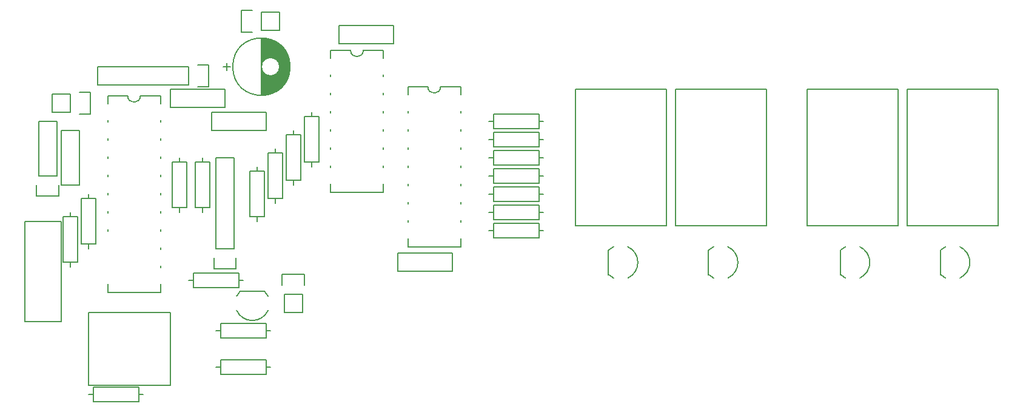
<source format=gbr>
G04 #@! TF.FileFunction,Legend,Top*
%FSLAX46Y46*%
G04 Gerber Fmt 4.6, Leading zero omitted, Abs format (unit mm)*
G04 Created by KiCad (PCBNEW 4.0.1-stable) date 01/19/17 22:09:19*
%MOMM*%
G01*
G04 APERTURE LIST*
%ADD10C,0.100000*%
%ADD11C,0.150000*%
G04 APERTURE END LIST*
D10*
D11*
X142875000Y-98425000D02*
X140335000Y-98425000D01*
X140335000Y-98425000D02*
X140335000Y-95885000D01*
X140335000Y-95885000D02*
X142875000Y-95885000D01*
X145415000Y-95885000D02*
X147955000Y-95885000D01*
X147955000Y-95885000D02*
X147955000Y-98425000D01*
X147955000Y-98425000D02*
X145415000Y-98425000D01*
X145415000Y-98425000D02*
X142875000Y-98425000D01*
X145415000Y-95885000D02*
X142875000Y-95885000D01*
X141732000Y-78867000D02*
X141732000Y-78613000D01*
X141732000Y-81407000D02*
X141732000Y-81153000D01*
X141732000Y-83947000D02*
X141732000Y-83693000D01*
X141732000Y-86487000D02*
X141732000Y-86233000D01*
X141732000Y-89027000D02*
X141732000Y-88773000D01*
X141732000Y-91567000D02*
X141732000Y-91313000D01*
X141732000Y-93853000D02*
X141732000Y-94996000D01*
X149098000Y-93853000D02*
X149098000Y-94996000D01*
X149098000Y-91313000D02*
X149098000Y-91567000D01*
X149098000Y-88773000D02*
X149098000Y-89027000D01*
X149098000Y-86233000D02*
X149098000Y-86487000D01*
X149098000Y-83693000D02*
X149098000Y-83947000D01*
X149098000Y-81153000D02*
X149098000Y-81407000D01*
X149098000Y-78613000D02*
X149098000Y-78867000D01*
X141732000Y-76073000D02*
X141732000Y-76327000D01*
X141732000Y-73787000D02*
X141732000Y-72644000D01*
X149098000Y-73787000D02*
X149098000Y-72644000D01*
X149098000Y-76073000D02*
X149098000Y-76327000D01*
X146304000Y-72644000D02*
X149098000Y-72644000D01*
X141732000Y-72644000D02*
X144526000Y-72644000D01*
X144526000Y-72644000D02*
G75*
G03X146304000Y-72644000I889000J0D01*
G01*
X141740000Y-95005000D02*
X149090000Y-95005000D01*
X121285000Y-69278500D02*
X121412000Y-69151500D01*
X121412000Y-69151500D02*
X121412000Y-65976500D01*
X121412000Y-73787000D02*
X121412000Y-70485000D01*
X121539000Y-73787000D02*
X121539000Y-70675500D01*
X121539000Y-70675500D02*
X121666000Y-70802500D01*
X121666000Y-70802500D02*
X121666000Y-73787000D01*
X121666000Y-73787000D02*
X121793000Y-73787000D01*
X121793000Y-73787000D02*
X121793000Y-70929500D01*
X121793000Y-70929500D02*
X121920000Y-70993000D01*
X121920000Y-70993000D02*
X121920000Y-73787000D01*
X121920000Y-73787000D02*
X122047000Y-73723500D01*
X122047000Y-73723500D02*
X122047000Y-71056500D01*
X122047000Y-71056500D02*
X122174000Y-71120000D01*
X122174000Y-71120000D02*
X122174000Y-73660000D01*
X122174000Y-73660000D02*
X122301000Y-73660000D01*
X122301000Y-73660000D02*
X122301000Y-71120000D01*
X122301000Y-71120000D02*
X122428000Y-71120000D01*
X122428000Y-71120000D02*
X122428000Y-73660000D01*
X122428000Y-73660000D02*
X122555000Y-73596500D01*
X122555000Y-73596500D02*
X122555000Y-71183500D01*
X122555000Y-71183500D02*
X122682000Y-71183500D01*
X122682000Y-71183500D02*
X122682000Y-73533000D01*
X122682000Y-73533000D02*
X122809000Y-73469500D01*
X122809000Y-73469500D02*
X122809000Y-71120000D01*
X122809000Y-71120000D02*
X122936000Y-71056500D01*
X122936000Y-71056500D02*
X122936000Y-73469500D01*
X122936000Y-73469500D02*
X123063000Y-73342500D01*
X123063000Y-73342500D02*
X123063000Y-71056500D01*
X123063000Y-71056500D02*
X123190000Y-70993000D01*
X123190000Y-70993000D02*
X123190000Y-73342500D01*
X123190000Y-73342500D02*
X123317000Y-73215500D01*
X123317000Y-73215500D02*
X123317000Y-70866000D01*
X123317000Y-70866000D02*
X123444000Y-70802500D01*
X123444000Y-70802500D02*
X123444000Y-73215500D01*
X123444000Y-73215500D02*
X123571000Y-73025000D01*
X123571000Y-73025000D02*
X123571000Y-70675500D01*
X123571000Y-70675500D02*
X123698000Y-70485000D01*
X123698000Y-70485000D02*
X123698000Y-72961500D01*
X121539000Y-65913000D02*
X121539000Y-69024500D01*
X121539000Y-69024500D02*
X121666000Y-68897500D01*
X121666000Y-68897500D02*
X121666000Y-65913000D01*
X121666000Y-65913000D02*
X121793000Y-65976500D01*
X121793000Y-65976500D02*
X121793000Y-68770500D01*
X121793000Y-68770500D02*
X121920000Y-68643500D01*
X121920000Y-68643500D02*
X121920000Y-65913000D01*
X121920000Y-65913000D02*
X122047000Y-65976500D01*
X122047000Y-65976500D02*
X122047000Y-68643500D01*
X122047000Y-68643500D02*
X122174000Y-68580000D01*
X122174000Y-68580000D02*
X122174000Y-66040000D01*
X122174000Y-66040000D02*
X122301000Y-66040000D01*
X122301000Y-66040000D02*
X122301000Y-68580000D01*
X122301000Y-68580000D02*
X122428000Y-68580000D01*
X122428000Y-68580000D02*
X122428000Y-66040000D01*
X122428000Y-66040000D02*
X122555000Y-66103500D01*
X122555000Y-66103500D02*
X122555000Y-68580000D01*
X122555000Y-68580000D02*
X122682000Y-68580000D01*
X122682000Y-68580000D02*
X122682000Y-66103500D01*
X122682000Y-66103500D02*
X122809000Y-66167000D01*
X122809000Y-66167000D02*
X122809000Y-68580000D01*
X122809000Y-68580000D02*
X122936000Y-68580000D01*
X122936000Y-68580000D02*
X122936000Y-66230500D01*
X122936000Y-66230500D02*
X123063000Y-66294000D01*
X123063000Y-66294000D02*
X123063000Y-68643500D01*
X123063000Y-68643500D02*
X123190000Y-68707000D01*
X123190000Y-68707000D02*
X123190000Y-66357500D01*
X123190000Y-66357500D02*
X123317000Y-66421000D01*
X123317000Y-66421000D02*
X123317000Y-68834000D01*
X123317000Y-68834000D02*
X123444000Y-68897500D01*
X123444000Y-68897500D02*
X123444000Y-66548000D01*
X123444000Y-66548000D02*
X123571000Y-66611500D01*
X123571000Y-66611500D02*
X123571000Y-69024500D01*
X123571000Y-69024500D02*
X123698000Y-69215000D01*
X123698000Y-69215000D02*
X123698000Y-66738500D01*
X116459000Y-69342000D02*
X116459000Y-70358000D01*
X116459000Y-70358000D02*
X116459000Y-69850000D01*
X116459000Y-69850000D02*
X115951000Y-69850000D01*
X115951000Y-69850000D02*
X116967000Y-69850000D01*
X123825000Y-66865500D02*
X124206000Y-67246500D01*
X124777500Y-67945000D02*
X124650500Y-67881500D01*
X124650500Y-67881500D02*
X124460000Y-67818000D01*
X125031500Y-71056500D02*
X125031500Y-70866000D01*
X123952000Y-72707500D02*
X124079000Y-72580500D01*
X124460000Y-72072500D02*
X124523500Y-72009000D01*
X123825000Y-69850000D02*
G75*
G03X123825000Y-69850000I-1270000J0D01*
G01*
X121285000Y-65849500D02*
X121285000Y-73787000D01*
X121285000Y-73787000D02*
X121412000Y-73787000D01*
X123698000Y-66675000D02*
X123825000Y-66802000D01*
X123825000Y-66802000D02*
X123825000Y-72898000D01*
X123825000Y-72898000D02*
X123952000Y-72707500D01*
X123952000Y-72707500D02*
X123952000Y-66992500D01*
X123952000Y-66992500D02*
X124079000Y-67056000D01*
X124079000Y-67056000D02*
X124079000Y-72580500D01*
X124079000Y-72580500D02*
X124206000Y-72453500D01*
X124206000Y-72453500D02*
X124206000Y-67246500D01*
X124206000Y-67246500D02*
X124333000Y-67373500D01*
X124333000Y-67373500D02*
X124333000Y-72326500D01*
X124333000Y-72326500D02*
X124460000Y-72199500D01*
X124460000Y-72199500D02*
X124460000Y-67437000D01*
X124460000Y-67437000D02*
X124587000Y-67691000D01*
X124587000Y-67691000D02*
X124587000Y-71945500D01*
X124587000Y-71945500D02*
X124714000Y-71755000D01*
X124714000Y-71755000D02*
X124714000Y-67945000D01*
X124714000Y-67945000D02*
X124841000Y-68199000D01*
X124841000Y-68199000D02*
X124841000Y-71564500D01*
X124841000Y-71564500D02*
X124968000Y-71183500D01*
X124968000Y-71183500D02*
X124968000Y-68389500D01*
X124968000Y-68389500D02*
X125095000Y-68770500D01*
X125095000Y-68770500D02*
X125095000Y-70866000D01*
X125095000Y-70866000D02*
X125158500Y-70548500D01*
X125158500Y-70548500D02*
X125158500Y-69278500D01*
X125285000Y-69850000D02*
G75*
G03X125285000Y-69850000I-4000000J0D01*
G01*
X93345000Y-81280000D02*
X93345000Y-78740000D01*
X93345000Y-78740000D02*
X95885000Y-78740000D01*
X95885000Y-78740000D02*
X95885000Y-81280000D01*
X95885000Y-83820000D02*
X95885000Y-86360000D01*
X95885000Y-86360000D02*
X93345000Y-86360000D01*
X93345000Y-86360000D02*
X93345000Y-83820000D01*
X93345000Y-83820000D02*
X93345000Y-81280000D01*
X95885000Y-83820000D02*
X95885000Y-81280000D01*
X119380000Y-76200000D02*
X121920000Y-76200000D01*
X121920000Y-76200000D02*
X121920000Y-78740000D01*
X121920000Y-78740000D02*
X119380000Y-78740000D01*
X116840000Y-78740000D02*
X114300000Y-78740000D01*
X114300000Y-78740000D02*
X114300000Y-76200000D01*
X114300000Y-76200000D02*
X116840000Y-76200000D01*
X116840000Y-76200000D02*
X119380000Y-76200000D01*
X116840000Y-78740000D02*
X119380000Y-78740000D01*
X113665000Y-73025000D02*
X116205000Y-73025000D01*
X116205000Y-73025000D02*
X116205000Y-75565000D01*
X116205000Y-75565000D02*
X113665000Y-75565000D01*
X111125000Y-75565000D02*
X108585000Y-75565000D01*
X108585000Y-75565000D02*
X108585000Y-73025000D01*
X108585000Y-73025000D02*
X111125000Y-73025000D01*
X111125000Y-73025000D02*
X113665000Y-73025000D01*
X111125000Y-75565000D02*
X113665000Y-75565000D01*
X134620000Y-66675000D02*
X132080000Y-66675000D01*
X132080000Y-66675000D02*
X132080000Y-64135000D01*
X132080000Y-64135000D02*
X134620000Y-64135000D01*
X137160000Y-64135000D02*
X139700000Y-64135000D01*
X139700000Y-64135000D02*
X139700000Y-66675000D01*
X139700000Y-66675000D02*
X137160000Y-66675000D01*
X137160000Y-66675000D02*
X134620000Y-66675000D01*
X137160000Y-64135000D02*
X134620000Y-64135000D01*
X121285000Y-62230000D02*
X123825000Y-62230000D01*
X118465000Y-61950000D02*
X120015000Y-61950000D01*
X121285000Y-62230000D02*
X121285000Y-64770000D01*
X120015000Y-65050000D02*
X118465000Y-65050000D01*
X118465000Y-65050000D02*
X118465000Y-61950000D01*
X121285000Y-64770000D02*
X123825000Y-64770000D01*
X123825000Y-64770000D02*
X123825000Y-62230000D01*
X111125000Y-72390000D02*
X98425000Y-72390000D01*
X98425000Y-72390000D02*
X98425000Y-69850000D01*
X98425000Y-69850000D02*
X111125000Y-69850000D01*
X113945000Y-72670000D02*
X112395000Y-72670000D01*
X111125000Y-72390000D02*
X111125000Y-69850000D01*
X112395000Y-69570000D02*
X113945000Y-69570000D01*
X113945000Y-69570000D02*
X113945000Y-72670000D01*
X92710000Y-77470000D02*
X92710000Y-85090000D01*
X90170000Y-85090000D02*
X90170000Y-77470000D01*
X92710000Y-77470000D02*
X90170000Y-77470000D01*
X89890000Y-87910000D02*
X89890000Y-86360000D01*
X90170000Y-85090000D02*
X92710000Y-85090000D01*
X92990000Y-86360000D02*
X92990000Y-87910000D01*
X92990000Y-87910000D02*
X89890000Y-87910000D01*
X114935000Y-95250000D02*
X114935000Y-82550000D01*
X114935000Y-82550000D02*
X117475000Y-82550000D01*
X117475000Y-82550000D02*
X117475000Y-95250000D01*
X114655000Y-98070000D02*
X114655000Y-96520000D01*
X114935000Y-95250000D02*
X117475000Y-95250000D01*
X117755000Y-96520000D02*
X117755000Y-98070000D01*
X117755000Y-98070000D02*
X114655000Y-98070000D01*
X127000000Y-101600000D02*
X127000000Y-104140000D01*
X127280000Y-98780000D02*
X127280000Y-100330000D01*
X127000000Y-101600000D02*
X124460000Y-101600000D01*
X124180000Y-100330000D02*
X124180000Y-98780000D01*
X124180000Y-98780000D02*
X127280000Y-98780000D01*
X124460000Y-101600000D02*
X124460000Y-104140000D01*
X124460000Y-104140000D02*
X127000000Y-104140000D01*
X170453010Y-94967305D02*
G75*
G03X169750000Y-95455000I996990J-2187695D01*
G01*
X170453010Y-99342695D02*
G75*
G02X169750000Y-98855000I996990J2187695D01*
G01*
X169750000Y-95455000D02*
X169750000Y-98855000D01*
X172443127Y-94970121D02*
G75*
G02X173850000Y-97155000I-993127J-2184879D01*
G01*
X172443127Y-99339879D02*
G75*
G03X173850000Y-97155000I-993127J2184879D01*
G01*
X184423010Y-94967305D02*
G75*
G03X183720000Y-95455000I996990J-2187695D01*
G01*
X184423010Y-99342695D02*
G75*
G02X183720000Y-98855000I996990J2187695D01*
G01*
X183720000Y-95455000D02*
X183720000Y-98855000D01*
X186413127Y-94970121D02*
G75*
G02X187820000Y-97155000I-993127J-2184879D01*
G01*
X186413127Y-99339879D02*
G75*
G03X187820000Y-97155000I-993127J2184879D01*
G01*
X202838010Y-94967305D02*
G75*
G03X202135000Y-95455000I996990J-2187695D01*
G01*
X202838010Y-99342695D02*
G75*
G02X202135000Y-98855000I996990J2187695D01*
G01*
X202135000Y-95455000D02*
X202135000Y-98855000D01*
X204828127Y-94970121D02*
G75*
G02X206235000Y-97155000I-993127J-2184879D01*
G01*
X204828127Y-99339879D02*
G75*
G03X206235000Y-97155000I-993127J2184879D01*
G01*
X216808010Y-94967305D02*
G75*
G03X216105000Y-95455000I996990J-2187695D01*
G01*
X216808010Y-99342695D02*
G75*
G02X216105000Y-98855000I996990J2187695D01*
G01*
X216105000Y-95455000D02*
X216105000Y-98855000D01*
X218798127Y-94970121D02*
G75*
G02X220205000Y-97155000I-993127J-2184879D01*
G01*
X218798127Y-99339879D02*
G75*
G03X220205000Y-97155000I-993127J2184879D01*
G01*
X122202695Y-101873010D02*
G75*
G03X121715000Y-101170000I-2187695J-996990D01*
G01*
X117827305Y-101873010D02*
G75*
G02X118315000Y-101170000I2187695J-996990D01*
G01*
X121715000Y-101170000D02*
X118315000Y-101170000D01*
X122199879Y-103863127D02*
G75*
G02X120015000Y-105270000I-2184879J993127D01*
G01*
X117830121Y-103863127D02*
G75*
G03X120015000Y-105270000I2184879J993127D01*
G01*
X127254000Y-83185000D02*
X127254000Y-76835000D01*
X129286000Y-76835000D02*
X129286000Y-83185000D01*
X128270000Y-83185000D02*
X128270000Y-83820000D01*
X128270000Y-76835000D02*
X128270000Y-76200000D01*
X128270000Y-76835000D02*
X129286000Y-76835000D01*
X129286000Y-83185000D02*
X127254000Y-83185000D01*
X127254000Y-76835000D02*
X128270000Y-76835000D01*
X124714000Y-85725000D02*
X124714000Y-79375000D01*
X126746000Y-79375000D02*
X126746000Y-85725000D01*
X125730000Y-85725000D02*
X125730000Y-86360000D01*
X125730000Y-79375000D02*
X125730000Y-78740000D01*
X125730000Y-79375000D02*
X126746000Y-79375000D01*
X126746000Y-85725000D02*
X124714000Y-85725000D01*
X124714000Y-79375000D02*
X125730000Y-79375000D01*
X122174000Y-88265000D02*
X122174000Y-81915000D01*
X124206000Y-81915000D02*
X124206000Y-88265000D01*
X123190000Y-88265000D02*
X123190000Y-88900000D01*
X123190000Y-81915000D02*
X123190000Y-81280000D01*
X123190000Y-81915000D02*
X124206000Y-81915000D01*
X124206000Y-88265000D02*
X122174000Y-88265000D01*
X122174000Y-81915000D02*
X123190000Y-81915000D01*
X119634000Y-90805000D02*
X119634000Y-84455000D01*
X121666000Y-84455000D02*
X121666000Y-90805000D01*
X120650000Y-90805000D02*
X120650000Y-91440000D01*
X120650000Y-84455000D02*
X120650000Y-83820000D01*
X120650000Y-84455000D02*
X121666000Y-84455000D01*
X121666000Y-90805000D02*
X119634000Y-90805000D01*
X119634000Y-84455000D02*
X120650000Y-84455000D01*
X153670000Y-81534000D02*
X160020000Y-81534000D01*
X160020000Y-83566000D02*
X153670000Y-83566000D01*
X153670000Y-82550000D02*
X153035000Y-82550000D01*
X160020000Y-82550000D02*
X160655000Y-82550000D01*
X160020000Y-82550000D02*
X160020000Y-83566000D01*
X153670000Y-83566000D02*
X153670000Y-81534000D01*
X160020000Y-81534000D02*
X160020000Y-82550000D01*
X153670000Y-84074000D02*
X160020000Y-84074000D01*
X160020000Y-86106000D02*
X153670000Y-86106000D01*
X153670000Y-85090000D02*
X153035000Y-85090000D01*
X160020000Y-85090000D02*
X160655000Y-85090000D01*
X160020000Y-85090000D02*
X160020000Y-86106000D01*
X153670000Y-86106000D02*
X153670000Y-84074000D01*
X160020000Y-84074000D02*
X160020000Y-85090000D01*
X153670000Y-86614000D02*
X160020000Y-86614000D01*
X160020000Y-88646000D02*
X153670000Y-88646000D01*
X153670000Y-87630000D02*
X153035000Y-87630000D01*
X160020000Y-87630000D02*
X160655000Y-87630000D01*
X160020000Y-87630000D02*
X160020000Y-88646000D01*
X153670000Y-88646000D02*
X153670000Y-86614000D01*
X160020000Y-86614000D02*
X160020000Y-87630000D01*
X153670000Y-89154000D02*
X160020000Y-89154000D01*
X160020000Y-91186000D02*
X153670000Y-91186000D01*
X153670000Y-90170000D02*
X153035000Y-90170000D01*
X160020000Y-90170000D02*
X160655000Y-90170000D01*
X160020000Y-90170000D02*
X160020000Y-91186000D01*
X153670000Y-91186000D02*
X153670000Y-89154000D01*
X160020000Y-89154000D02*
X160020000Y-90170000D01*
X153670000Y-91694000D02*
X160020000Y-91694000D01*
X160020000Y-93726000D02*
X153670000Y-93726000D01*
X153670000Y-92710000D02*
X153035000Y-92710000D01*
X160020000Y-92710000D02*
X160655000Y-92710000D01*
X160020000Y-92710000D02*
X160020000Y-93726000D01*
X153670000Y-93726000D02*
X153670000Y-91694000D01*
X160020000Y-91694000D02*
X160020000Y-92710000D01*
X153670000Y-76454000D02*
X160020000Y-76454000D01*
X160020000Y-78486000D02*
X153670000Y-78486000D01*
X153670000Y-77470000D02*
X153035000Y-77470000D01*
X160020000Y-77470000D02*
X160655000Y-77470000D01*
X160020000Y-77470000D02*
X160020000Y-78486000D01*
X153670000Y-78486000D02*
X153670000Y-76454000D01*
X160020000Y-76454000D02*
X160020000Y-77470000D01*
X153670000Y-78994000D02*
X160020000Y-78994000D01*
X160020000Y-81026000D02*
X153670000Y-81026000D01*
X153670000Y-80010000D02*
X153035000Y-80010000D01*
X160020000Y-80010000D02*
X160655000Y-80010000D01*
X160020000Y-80010000D02*
X160020000Y-81026000D01*
X153670000Y-81026000D02*
X153670000Y-78994000D01*
X160020000Y-78994000D02*
X160020000Y-80010000D01*
X115570000Y-105664000D02*
X121920000Y-105664000D01*
X121920000Y-107696000D02*
X115570000Y-107696000D01*
X115570000Y-106680000D02*
X114935000Y-106680000D01*
X121920000Y-106680000D02*
X122555000Y-106680000D01*
X121920000Y-106680000D02*
X121920000Y-107696000D01*
X115570000Y-107696000D02*
X115570000Y-105664000D01*
X121920000Y-105664000D02*
X121920000Y-106680000D01*
X115570000Y-110744000D02*
X121920000Y-110744000D01*
X121920000Y-112776000D02*
X115570000Y-112776000D01*
X115570000Y-111760000D02*
X114935000Y-111760000D01*
X121920000Y-111760000D02*
X122555000Y-111760000D01*
X121920000Y-111760000D02*
X121920000Y-112776000D01*
X115570000Y-112776000D02*
X115570000Y-110744000D01*
X121920000Y-110744000D02*
X121920000Y-111760000D01*
X104140000Y-116586000D02*
X97790000Y-116586000D01*
X97790000Y-114554000D02*
X104140000Y-114554000D01*
X104140000Y-115570000D02*
X104775000Y-115570000D01*
X97790000Y-115570000D02*
X97155000Y-115570000D01*
X97790000Y-115570000D02*
X97790000Y-114554000D01*
X104140000Y-114554000D02*
X104140000Y-116586000D01*
X97790000Y-116586000D02*
X97790000Y-115570000D01*
X118110000Y-100711000D02*
X111760000Y-100711000D01*
X111760000Y-98679000D02*
X118110000Y-98679000D01*
X118110000Y-99695000D02*
X118745000Y-99695000D01*
X111760000Y-99695000D02*
X111125000Y-99695000D01*
X111760000Y-99695000D02*
X111760000Y-98679000D01*
X118110000Y-98679000D02*
X118110000Y-100711000D01*
X111760000Y-100711000D02*
X111760000Y-99695000D01*
X93599000Y-97155000D02*
X93599000Y-90805000D01*
X95631000Y-90805000D02*
X95631000Y-97155000D01*
X94615000Y-97155000D02*
X94615000Y-97790000D01*
X94615000Y-90805000D02*
X94615000Y-90170000D01*
X94615000Y-90805000D02*
X95631000Y-90805000D01*
X95631000Y-97155000D02*
X93599000Y-97155000D01*
X93599000Y-90805000D02*
X94615000Y-90805000D01*
X96139000Y-94615000D02*
X96139000Y-88265000D01*
X98171000Y-88265000D02*
X98171000Y-94615000D01*
X97155000Y-94615000D02*
X97155000Y-95250000D01*
X97155000Y-88265000D02*
X97155000Y-87630000D01*
X97155000Y-88265000D02*
X98171000Y-88265000D01*
X98171000Y-94615000D02*
X96139000Y-94615000D01*
X96139000Y-88265000D02*
X97155000Y-88265000D01*
X108839000Y-89535000D02*
X108839000Y-83185000D01*
X110871000Y-83185000D02*
X110871000Y-89535000D01*
X109855000Y-89535000D02*
X109855000Y-90170000D01*
X109855000Y-83185000D02*
X109855000Y-82550000D01*
X109855000Y-83185000D02*
X110871000Y-83185000D01*
X110871000Y-89535000D02*
X108839000Y-89535000D01*
X108839000Y-83185000D02*
X109855000Y-83185000D01*
X112014000Y-89535000D02*
X112014000Y-83185000D01*
X114046000Y-83185000D02*
X114046000Y-89535000D01*
X113030000Y-89535000D02*
X113030000Y-90170000D01*
X113030000Y-83185000D02*
X113030000Y-82550000D01*
X113030000Y-83185000D02*
X114046000Y-83185000D01*
X114046000Y-89535000D02*
X112014000Y-89535000D01*
X112014000Y-83185000D02*
X113030000Y-83185000D01*
X108585000Y-104140000D02*
X108585000Y-114300000D01*
X108585000Y-114300000D02*
X97155000Y-114300000D01*
X97155000Y-114300000D02*
X97155000Y-104140000D01*
X97155000Y-104140000D02*
X108585000Y-104140000D01*
X93345000Y-105410000D02*
X88265000Y-105410000D01*
X88265000Y-105410000D02*
X88265000Y-91440000D01*
X88265000Y-91440000D02*
X93345000Y-91440000D01*
X93345000Y-91440000D02*
X93345000Y-105410000D01*
X138303000Y-86233000D02*
X138303000Y-87376000D01*
X130937000Y-86233000D02*
X130937000Y-87376000D01*
X130937000Y-68707000D02*
X130937000Y-67564000D01*
X138303000Y-68707000D02*
X138303000Y-67564000D01*
X138303000Y-70993000D02*
X138303000Y-71247000D01*
X138303000Y-73533000D02*
X138303000Y-73787000D01*
X138303000Y-76073000D02*
X138303000Y-76327000D01*
X138303000Y-78613000D02*
X138303000Y-78867000D01*
X138303000Y-81153000D02*
X138303000Y-81407000D01*
X138303000Y-83947000D02*
X138303000Y-83693000D01*
X130937000Y-83693000D02*
X130937000Y-83947000D01*
X130937000Y-81153000D02*
X130937000Y-81407000D01*
X130937000Y-78613000D02*
X130937000Y-78867000D01*
X130937000Y-76073000D02*
X130937000Y-76327000D01*
X130937000Y-73533000D02*
X130937000Y-73787000D01*
X130937000Y-70993000D02*
X130937000Y-71247000D01*
X135509000Y-67564000D02*
X138303000Y-67564000D01*
X130937000Y-67564000D02*
X133731000Y-67564000D01*
X133731000Y-67564000D02*
G75*
G03X135509000Y-67564000I889000J0D01*
G01*
X130945000Y-87385000D02*
X138295000Y-87385000D01*
X107188000Y-77597000D02*
X107188000Y-77343000D01*
X107188000Y-80137000D02*
X107188000Y-79883000D01*
X107188000Y-84963000D02*
X107188000Y-85217000D01*
X107188000Y-82423000D02*
X107188000Y-82677000D01*
X107188000Y-100457000D02*
X107188000Y-101346000D01*
X99822000Y-80137000D02*
X99822000Y-79883000D01*
X99822000Y-82677000D02*
X99822000Y-82423000D01*
X99822000Y-85217000D02*
X99822000Y-84963000D01*
X99822000Y-87757000D02*
X99822000Y-87503000D01*
X99822000Y-90297000D02*
X99822000Y-90043000D01*
X99822000Y-92837000D02*
X99822000Y-92583000D01*
X99822000Y-100203000D02*
X99822000Y-101346000D01*
X107188000Y-100203000D02*
X107188000Y-100457000D01*
X107188000Y-97663000D02*
X107188000Y-97917000D01*
X107188000Y-95123000D02*
X107188000Y-95377000D01*
X107188000Y-92583000D02*
X107188000Y-92837000D01*
X107188000Y-90043000D02*
X107188000Y-90297000D01*
X99822000Y-77343000D02*
X99822000Y-77597000D01*
X99822000Y-75057000D02*
X99822000Y-73914000D01*
X107188000Y-75057000D02*
X107188000Y-73914000D01*
X107188000Y-87503000D02*
X107188000Y-87757000D01*
X104394000Y-73914000D02*
X107188000Y-73914000D01*
X99822000Y-73914000D02*
X102616000Y-73914000D01*
X102616000Y-73914000D02*
G75*
G03X104394000Y-73914000I889000J0D01*
G01*
X99830000Y-101355000D02*
X107180000Y-101355000D01*
X177800000Y-73025000D02*
X165100000Y-73025000D01*
X165100000Y-73025000D02*
X165100000Y-92075000D01*
X165100000Y-92075000D02*
X177800000Y-92075000D01*
X177800000Y-92075000D02*
X177800000Y-73025000D01*
X191770000Y-73025000D02*
X179070000Y-73025000D01*
X179070000Y-73025000D02*
X179070000Y-92075000D01*
X179070000Y-92075000D02*
X191770000Y-92075000D01*
X191770000Y-92075000D02*
X191770000Y-73025000D01*
X210185000Y-73025000D02*
X197485000Y-73025000D01*
X197485000Y-73025000D02*
X197485000Y-92075000D01*
X197485000Y-92075000D02*
X210185000Y-92075000D01*
X210185000Y-92075000D02*
X210185000Y-73025000D01*
X224155000Y-73025000D02*
X211455000Y-73025000D01*
X211455000Y-73025000D02*
X211455000Y-92075000D01*
X211455000Y-92075000D02*
X224155000Y-92075000D01*
X224155000Y-92075000D02*
X224155000Y-73025000D01*
X94615000Y-76200000D02*
X92075000Y-76200000D01*
X97435000Y-76480000D02*
X95885000Y-76480000D01*
X94615000Y-76200000D02*
X94615000Y-73660000D01*
X95885000Y-73380000D02*
X97435000Y-73380000D01*
X97435000Y-73380000D02*
X97435000Y-76480000D01*
X94615000Y-73660000D02*
X92075000Y-73660000D01*
X92075000Y-73660000D02*
X92075000Y-76200000D01*
M02*

</source>
